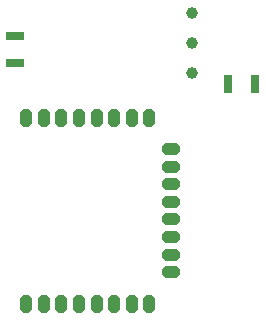
<source format=gbp>
G04*
G04 #@! TF.GenerationSoftware,Altium Limited,Altium NEXUS,1.0.9 (89)*
G04*
G04 Layer_Color=128*
%FSLAX42Y42*%
%MOMM*%
G71*
G01*
G75*
%ADD24R,1.52X0.75*%
%ADD25C,1.00*%
G04:AMPARAMS|DCode=26|XSize=1.52mm|YSize=1mm|CornerRadius=0mm|HoleSize=0mm|Usage=FLASHONLY|Rotation=0.000|XOffset=0mm|YOffset=0mm|HoleType=Round|Shape=Octagon|*
%AMOCTAGOND26*
4,1,8,0.76,-0.25,0.76,0.25,0.51,0.50,-0.51,0.50,-0.76,0.25,-0.76,-0.25,-0.51,-0.50,0.51,-0.50,0.76,-0.25,0.0*
%
%ADD26OCTAGOND26*%

G04:AMPARAMS|DCode=27|XSize=1.52mm|YSize=1mm|CornerRadius=0mm|HoleSize=0mm|Usage=FLASHONLY|Rotation=90.000|XOffset=0mm|YOffset=0mm|HoleType=Round|Shape=Octagon|*
%AMOCTAGOND27*
4,1,8,0.25,0.76,-0.25,0.76,-0.50,0.51,-0.50,-0.51,-0.25,-0.76,0.25,-0.76,0.50,-0.51,0.50,0.51,0.25,0.76,0.0*
%
%ADD27OCTAGOND27*%

%ADD28R,0.75X1.52*%
D24*
X216Y2134D02*
D03*
Y2362D02*
D03*
D25*
X1715Y2553D02*
D03*
Y2299D02*
D03*
Y2045D02*
D03*
D26*
X1530Y509D02*
D03*
Y658D02*
D03*
Y808D02*
D03*
Y957D02*
D03*
Y1106D02*
D03*
Y1255D02*
D03*
Y1404D02*
D03*
Y360D02*
D03*
D27*
X1203Y1664D02*
D03*
X1054D02*
D03*
X905D02*
D03*
X756D02*
D03*
X606D02*
D03*
X457D02*
D03*
X308D02*
D03*
Y89D02*
D03*
X457D02*
D03*
X606D02*
D03*
X756D02*
D03*
X905D02*
D03*
X1054D02*
D03*
X1352Y1664D02*
D03*
X1203Y89D02*
D03*
X1352D02*
D03*
D28*
X2248Y1956D02*
D03*
X2019D02*
D03*
M02*

</source>
